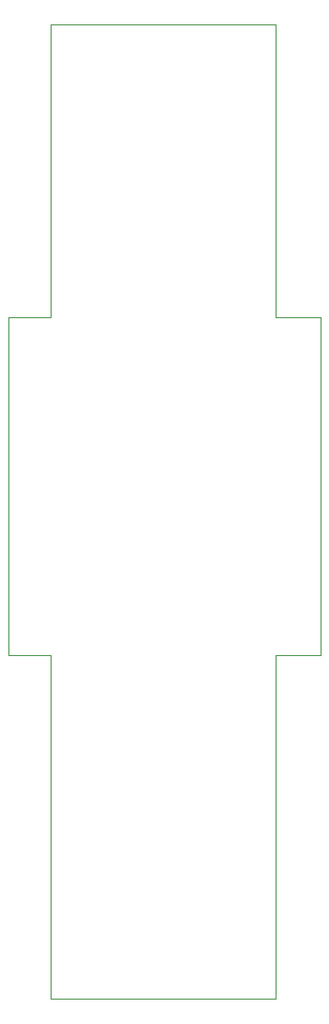
<source format=gbr>
G04 (created by PCBNEW (2013-mar-13)-testing) date Tue 15 Oct 2013 11:37:39 AM CEST*
%MOIN*%
G04 Gerber Fmt 3.4, Leading zero omitted, Abs format*
%FSLAX34Y34*%
G01*
G70*
G90*
G04 APERTURE LIST*
%ADD10C,0.005906*%
%ADD11C,0.003937*%
G04 APERTURE END LIST*
G54D10*
G54D11*
X55000Y-29000D02*
X55000Y-18600D01*
X63000Y-18600D02*
X63000Y-29000D01*
X55000Y-18600D02*
X63000Y-18600D01*
X55000Y-53200D02*
X55000Y-41000D01*
X63000Y-53200D02*
X63000Y-41000D01*
X55000Y-53200D02*
X63000Y-53200D01*
X53500Y-41000D02*
X55000Y-41000D01*
X64600Y-41000D02*
X63000Y-41000D01*
X63000Y-29000D02*
X64600Y-29000D01*
X53500Y-29000D02*
X55000Y-29000D01*
X53500Y-41000D02*
X53500Y-29000D01*
X64600Y-41000D02*
X64600Y-29000D01*
M02*

</source>
